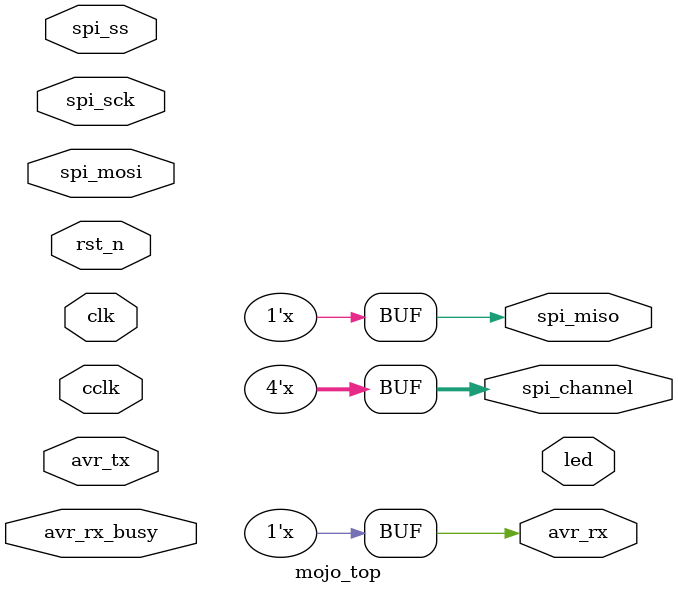
<source format=v>

module mojo_top(
    // 50MHz clock input
    input clk,
    // Input from reset button (active low)
    input rst_n,
    // cclk input from AVR, high when AVR is ready
    input cclk,
    // Outputs to the 8 onboard LEDs
    output[7:0]led,
    // AVR SPI connections
    output spi_miso,
    input spi_ss,
    input spi_mosi,
    input spi_sck,
    // AVR ADC channel select
    output [3:0] spi_channel,
    // Serial connections
    input avr_tx, // AVR Tx => FPGA Rx
    output avr_rx, // AVR Rx => FPGA Tx
    input avr_rx_busy // AVR Rx buffer full
  );
   
  wire rst = ~rst_n; // make reset active high
   
  // these signals should be high-z when not used
  assign spi_miso = 1'bz;
  assign avr_rx = 1'bz;
  assign spi_channel = 4'bzzzz;
   
/*  genvar i;
  generate
    for (i = 0; i < 8; i=i+1) begin: pwm_gen_loop
    pwm #(.CTR_LEN(3)) pwm (
      .rst(rst),
      .clk(clk),
      .compare(i),
      .pwm(led[i])
    );
    end
  endgenerate*/
  
  input_capture #(.CAP_LEN(9)) input_capture (
    .clk(clk),
    .rst(rst),
    .compare(compare), //compare register
    .capture_in(capture_in), //physical pin to measure
    .capture(capture), //register value
    .overflow(overflow) //error
  );
   
endmodule
</source>
